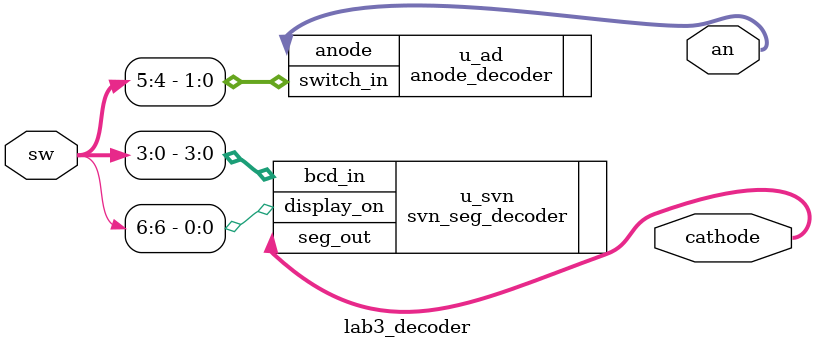
<source format=sv>
`timescale 1ns / 1ps
module lab3_decoder(
	output logic [3:0] an,
	output logic [6:0] cathode,
	input logic [6:0] sw
	);

	// instantiate two outputs from the class presentation, double check with your TA for the values 
	    anode_decoder u_ad(.switch_in(sw[5:4]), .anode(an[3:0]));
   	 	svn_seg_decoder u_svn(.bcd_in(sw[3:0]), .display_on(sw[6]), .seg_out(cathode[6:0]));

endmodule

</source>
